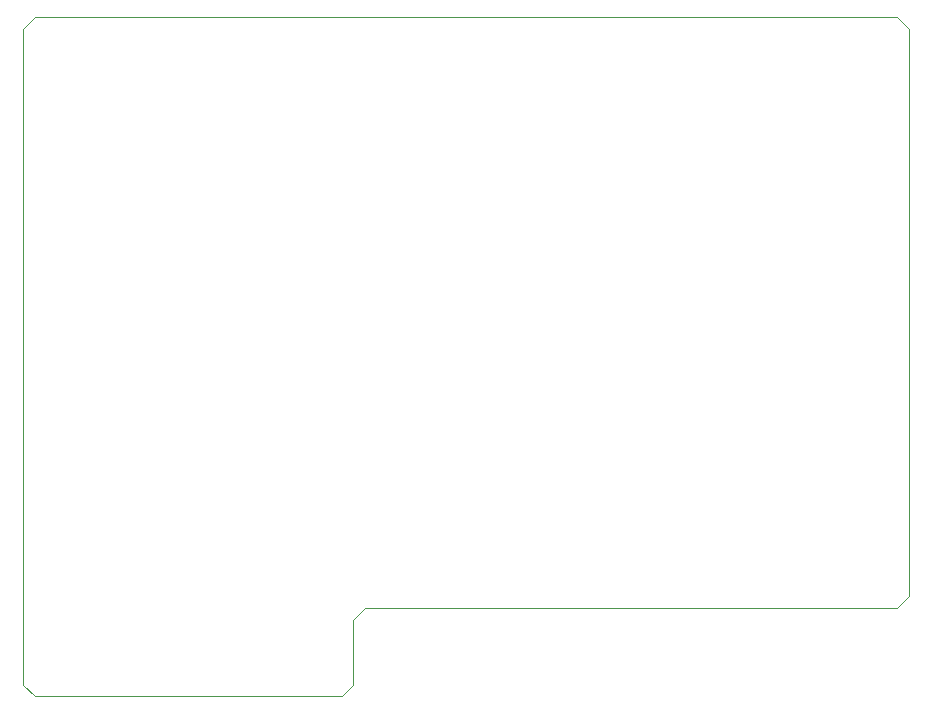
<source format=gm1>
G04 #@! TF.GenerationSoftware,KiCad,Pcbnew,(7.0.0-0)*
G04 #@! TF.CreationDate,2023-02-21T12:21:14+09:00*
G04 #@! TF.ProjectId,MEZ80SD,4d455a38-3053-4442-9e6b-696361645f70,A*
G04 #@! TF.SameCoordinates,PX5f5e100PY8f0d180*
G04 #@! TF.FileFunction,Profile,NP*
%FSLAX46Y46*%
G04 Gerber Fmt 4.6, Leading zero omitted, Abs format (unit mm)*
G04 Created by KiCad (PCBNEW (7.0.0-0)) date 2023-02-21 12:21:14*
%MOMM*%
%LPD*%
G01*
G04 APERTURE LIST*
G04 #@! TA.AperFunction,Profile*
%ADD10C,0.100000*%
G04 #@! TD*
G04 APERTURE END LIST*
D10*
X75000000Y56500000D02*
X75000000Y8500000D01*
X74000000Y7500000D01*
X29000000Y7500000D01*
X28000000Y6500000D01*
X28000000Y1000000D01*
X27000000Y0D01*
X1000000Y0D01*
X0Y1000000D01*
X0Y56500000D01*
X1000000Y57500000D01*
X74000000Y57500000D01*
X75000000Y56500000D01*
M02*

</source>
